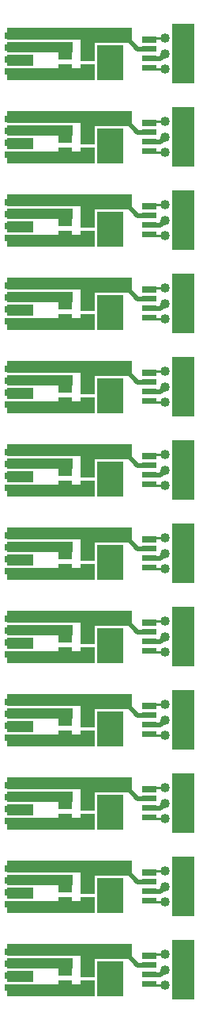
<source format=gbr>
G04 start of page 2 for group 0 idx 0 *
G04 Title: (unknown), top *
G04 Creator: pcb 20140316 *
G04 CreationDate: Wed 03 Jan 2018 02:51:44 AM GMT UTC *
G04 For: railfan *
G04 Format: Gerber/RS-274X *
G04 PCB-Dimensions (mil): 1000.00 4200.00 *
G04 PCB-Coordinate-Origin: lower left *
%MOIN*%
%FSLAX25Y25*%
%LNTOP*%
%ADD21C,0.0140*%
%ADD20C,0.0310*%
%ADD19C,0.0400*%
%ADD18C,0.0300*%
%ADD17R,0.0384X0.0384*%
%ADD16R,0.0236X0.0236*%
%ADD15R,0.0512X0.0512*%
%ADD14R,0.0284X0.0284*%
%ADD13C,0.0200*%
%ADD12C,0.0100*%
%ADD11C,0.0001*%
G54D11*G36*
X80500Y285000D02*Y310000D01*
X90000D01*
Y285000D01*
X80500D01*
G37*
G36*
Y250000D02*Y275000D01*
X90000D01*
Y250000D01*
X80500D01*
G37*
G36*
Y215000D02*Y240000D01*
X90000D01*
Y215000D01*
X80500D01*
G37*
G36*
Y180000D02*Y205000D01*
X90000D01*
Y180000D01*
X80500D01*
G37*
G36*
Y145000D02*Y170000D01*
X90000D01*
Y145000D01*
X80500D01*
G37*
G36*
X43000Y273000D02*X59500D01*
Y268000D01*
X43000D01*
Y273000D01*
G37*
G36*
X46500Y273500D02*X63500D01*
Y267000D01*
X46500D01*
Y273500D01*
G37*
G36*
X41500D02*X58000D01*
Y268500D01*
X41500D01*
Y273500D01*
G37*
G36*
X42000D02*X48000D01*
Y259500D01*
X42000D01*
Y273500D01*
G37*
G36*
X43000Y238000D02*X59500D01*
Y233000D01*
X43000D01*
Y238000D01*
G37*
G36*
X41500Y238500D02*X58000D01*
Y233500D01*
X41500D01*
Y238500D01*
G37*
G36*
X42000D02*X48000D01*
Y224500D01*
X42000D01*
Y238500D01*
G37*
G36*
X46500D02*X63500D01*
Y232000D01*
X46500D01*
Y238500D01*
G37*
G36*
X43000Y203000D02*X59500D01*
Y198000D01*
X43000D01*
Y203000D01*
G37*
G36*
X80500Y110000D02*Y135000D01*
X90000D01*
Y110000D01*
X80500D01*
G37*
G36*
Y75000D02*Y100000D01*
X90000D01*
Y75000D01*
X80500D01*
G37*
G36*
Y40000D02*Y65000D01*
X90000D01*
Y40000D01*
X80500D01*
G37*
G36*
Y5000D02*Y30000D01*
X90000D01*
Y5000D01*
X80500D01*
G37*
G36*
X11000Y273500D02*X48000D01*
Y268500D01*
X11000D01*
Y273500D01*
G37*
G36*
Y267500D02*X38500D01*
Y263000D01*
X11000D01*
Y267500D01*
G37*
G36*
Y262000D02*X22000D01*
Y257500D01*
X11000D01*
Y262000D01*
G37*
G36*
Y256500D02*X48000D01*
Y251500D01*
X11000D01*
Y256500D01*
G37*
G36*
Y238500D02*X48000D01*
Y233500D01*
X11000D01*
Y238500D01*
G37*
G36*
Y232500D02*X38500D01*
Y228000D01*
X11000D01*
Y232500D01*
G37*
G36*
X49000Y266000D02*X60000D01*
Y251500D01*
X49000D01*
Y266000D01*
G37*
G36*
Y231000D02*X60000D01*
Y216500D01*
X49000D01*
Y231000D01*
G37*
G36*
X11000Y227000D02*X22000D01*
Y222500D01*
X11000D01*
Y227000D01*
G37*
G36*
Y221500D02*X48000D01*
Y216500D01*
X11000D01*
Y221500D01*
G37*
G36*
Y203500D02*X48000D01*
Y198500D01*
X11000D01*
Y203500D01*
G37*
G36*
X41500D02*X58000D01*
Y198500D01*
X41500D01*
Y203500D01*
G37*
G36*
X11000Y197500D02*X38500D01*
Y193000D01*
X11000D01*
Y197500D01*
G37*
G36*
Y192000D02*X22000D01*
Y187500D01*
X11000D01*
Y192000D01*
G37*
G36*
Y186500D02*X48000D01*
Y181500D01*
X11000D01*
Y186500D01*
G37*
G36*
X49000Y196000D02*X60000D01*
Y181500D01*
X49000D01*
Y196000D01*
G37*
G36*
X11000Y168500D02*X48000D01*
Y163500D01*
X11000D01*
Y168500D01*
G37*
G36*
Y162500D02*X38500D01*
Y158000D01*
X11000D01*
Y162500D01*
G37*
G36*
Y157000D02*X22000D01*
Y152500D01*
X11000D01*
Y157000D01*
G37*
G36*
Y151500D02*X48000D01*
Y146500D01*
X11000D01*
Y151500D01*
G37*
G36*
X49000Y161000D02*X60000D01*
Y146500D01*
X49000D01*
Y161000D01*
G37*
G36*
X42000Y203500D02*X48000D01*
Y189500D01*
X42000D01*
Y203500D01*
G37*
G36*
X43000Y168000D02*X59500D01*
Y163000D01*
X43000D01*
Y168000D01*
G37*
G36*
X41500Y168500D02*X58000D01*
Y163500D01*
X41500D01*
Y168500D01*
G37*
G36*
X42000D02*X48000D01*
Y154500D01*
X42000D01*
Y168500D01*
G37*
G36*
X46500D02*X63500D01*
Y162000D01*
X46500D01*
Y168500D01*
G37*
G36*
Y203500D02*X63500D01*
Y197000D01*
X46500D01*
Y203500D01*
G37*
G36*
X49000Y406000D02*X60000D01*
Y391500D01*
X49000D01*
Y406000D01*
G37*
G36*
X80500Y390000D02*Y415000D01*
X90000D01*
Y390000D01*
X80500D01*
G37*
G36*
Y355000D02*Y380000D01*
X90000D01*
Y355000D01*
X80500D01*
G37*
G36*
Y320000D02*Y345000D01*
X90000D01*
Y320000D01*
X80500D01*
G37*
G36*
X43000Y378000D02*X59500D01*
Y373000D01*
X43000D01*
Y378000D01*
G37*
G36*
X41500Y378500D02*X58000D01*
Y373500D01*
X41500D01*
Y378500D01*
G37*
G36*
X42000D02*X48000D01*
Y364500D01*
X42000D01*
Y378500D01*
G37*
G36*
X46500D02*X63500D01*
Y372000D01*
X46500D01*
Y378500D01*
G37*
G36*
X11000Y413500D02*X48000D01*
Y408500D01*
X11000D01*
Y413500D01*
G37*
G36*
Y407500D02*X38500D01*
Y403000D01*
X11000D01*
Y407500D01*
G37*
G36*
Y402000D02*X22000D01*
Y397500D01*
X11000D01*
Y402000D01*
G37*
G36*
X43000Y413000D02*X59500D01*
Y408000D01*
X43000D01*
Y413000D01*
G37*
G36*
X41500Y413500D02*X58000D01*
Y408500D01*
X41500D01*
Y413500D01*
G37*
G36*
X42000D02*X48000D01*
Y399500D01*
X42000D01*
Y413500D01*
G37*
G36*
X46500D02*X63500D01*
Y407000D01*
X46500D01*
Y413500D01*
G37*
G36*
X11000Y396500D02*X48000D01*
Y391500D01*
X11000D01*
Y396500D01*
G37*
G36*
Y378500D02*X48000D01*
Y373500D01*
X11000D01*
Y378500D01*
G37*
G36*
Y372500D02*X38500D01*
Y368000D01*
X11000D01*
Y372500D01*
G37*
G36*
Y367000D02*X22000D01*
Y362500D01*
X11000D01*
Y367000D01*
G37*
G36*
Y361500D02*X48000D01*
Y356500D01*
X11000D01*
Y361500D01*
G37*
G36*
Y343500D02*X48000D01*
Y338500D01*
X11000D01*
Y343500D01*
G37*
G36*
Y337500D02*X38500D01*
Y333000D01*
X11000D01*
Y337500D01*
G37*
G36*
Y332000D02*X22000D01*
Y327500D01*
X11000D01*
Y332000D01*
G37*
G36*
Y326500D02*X48000D01*
Y321500D01*
X11000D01*
Y326500D01*
G37*
G36*
X49000Y371000D02*X60000D01*
Y356500D01*
X49000D01*
Y371000D01*
G37*
G36*
X43000Y343000D02*X59500D01*
Y338000D01*
X43000D01*
Y343000D01*
G37*
G36*
X41500Y343500D02*X58000D01*
Y338500D01*
X41500D01*
Y343500D01*
G37*
G36*
X46500D02*X63500D01*
Y337000D01*
X46500D01*
Y343500D01*
G37*
G36*
X42000D02*X48000D01*
Y329500D01*
X42000D01*
Y343500D01*
G37*
G36*
X49000Y336000D02*X60000D01*
Y321500D01*
X49000D01*
Y336000D01*
G37*
G36*
X43000Y308000D02*X59500D01*
Y303000D01*
X43000D01*
Y308000D01*
G37*
G36*
X11000Y308500D02*X48000D01*
Y303500D01*
X11000D01*
Y308500D01*
G37*
G36*
Y302500D02*X38500D01*
Y298000D01*
X11000D01*
Y302500D01*
G37*
G36*
Y297000D02*X22000D01*
Y292500D01*
X11000D01*
Y297000D01*
G37*
G36*
Y291500D02*X48000D01*
Y286500D01*
X11000D01*
Y291500D01*
G37*
G36*
X41500Y308500D02*X58000D01*
Y303500D01*
X41500D01*
Y308500D01*
G37*
G36*
X42000D02*X48000D01*
Y294500D01*
X42000D01*
Y308500D01*
G37*
G36*
X46500D02*X63500D01*
Y302000D01*
X46500D01*
Y308500D01*
G37*
G36*
X49000Y301000D02*X60000D01*
Y286500D01*
X49000D01*
Y301000D01*
G37*
G36*
X11000Y133500D02*X48000D01*
Y128500D01*
X11000D01*
Y133500D01*
G37*
G36*
Y127500D02*X38500D01*
Y123000D01*
X11000D01*
Y127500D01*
G37*
G36*
Y122000D02*X22000D01*
Y117500D01*
X11000D01*
Y122000D01*
G37*
G36*
Y116500D02*X48000D01*
Y111500D01*
X11000D01*
Y116500D01*
G37*
G36*
X49000Y126000D02*X60000D01*
Y111500D01*
X49000D01*
Y126000D01*
G37*
G36*
X11000Y98500D02*X48000D01*
Y93500D01*
X11000D01*
Y98500D01*
G37*
G36*
X41500D02*X58000D01*
Y93500D01*
X41500D01*
Y98500D01*
G37*
G36*
X11000Y92500D02*X38500D01*
Y88000D01*
X11000D01*
Y92500D01*
G37*
G36*
X43000Y133000D02*X59500D01*
Y128000D01*
X43000D01*
Y133000D01*
G37*
G36*
X41500Y133500D02*X58000D01*
Y128500D01*
X41500D01*
Y133500D01*
G37*
G36*
X42000D02*X48000D01*
Y119500D01*
X42000D01*
Y133500D01*
G37*
G36*
X46500D02*X63500D01*
Y127000D01*
X46500D01*
Y133500D01*
G37*
G36*
X43000Y98000D02*X59500D01*
Y93000D01*
X43000D01*
Y98000D01*
G37*
G36*
X42000Y98500D02*X48000D01*
Y84500D01*
X42000D01*
Y98500D01*
G37*
G36*
X46500D02*X63500D01*
Y92000D01*
X46500D01*
Y98500D01*
G37*
G36*
X43000Y63000D02*X59500D01*
Y58000D01*
X43000D01*
Y63000D01*
G37*
G36*
X41500Y63500D02*X58000D01*
Y58500D01*
X41500D01*
Y63500D01*
G37*
G36*
X42000D02*X48000D01*
Y49500D01*
X42000D01*
Y63500D01*
G37*
G36*
X46500D02*X63500D01*
Y57000D01*
X46500D01*
Y63500D01*
G37*
G36*
X43000Y28000D02*X59500D01*
Y23000D01*
X43000D01*
Y28000D01*
G37*
G36*
X42000Y28500D02*X48000D01*
Y14500D01*
X42000D01*
Y28500D01*
G37*
G36*
X46500D02*X63500D01*
Y22000D01*
X46500D01*
Y28500D01*
G37*
G36*
X11000Y87000D02*X22000D01*
Y82500D01*
X11000D01*
Y87000D01*
G37*
G36*
Y81500D02*X48000D01*
Y76500D01*
X11000D01*
Y81500D01*
G37*
G36*
Y63500D02*X48000D01*
Y58500D01*
X11000D01*
Y63500D01*
G37*
G36*
Y57500D02*X38500D01*
Y53000D01*
X11000D01*
Y57500D01*
G37*
G36*
X49000Y91000D02*X60000D01*
Y76500D01*
X49000D01*
Y91000D01*
G37*
G36*
Y56000D02*X60000D01*
Y41500D01*
X49000D01*
Y56000D01*
G37*
G36*
X11000Y52000D02*X22000D01*
Y47500D01*
X11000D01*
Y52000D01*
G37*
G36*
Y46500D02*X48000D01*
Y41500D01*
X11000D01*
Y46500D01*
G37*
G36*
Y28500D02*X48000D01*
Y23500D01*
X11000D01*
Y28500D01*
G37*
G36*
X41500D02*X58000D01*
Y23500D01*
X41500D01*
Y28500D01*
G37*
G36*
X11000Y22500D02*X38500D01*
Y18000D01*
X11000D01*
Y22500D01*
G37*
G36*
Y17000D02*X22000D01*
Y12500D01*
X11000D01*
Y17000D01*
G37*
G36*
Y11500D02*X48000D01*
Y6500D01*
X11000D01*
Y11500D01*
G37*
G36*
X49000Y21000D02*X60000D01*
Y6500D01*
X49000D01*
Y21000D01*
G37*
G54D12*X77500Y304000D02*X71000D01*
X77500Y291000D02*X71000D01*
G54D13*X77500Y297500D02*X75531Y295531D01*
X71000D01*
Y369469D02*X66031D01*
X71000Y334469D02*X66031D01*
X61500Y339000D01*
X71000Y299469D02*X66031D01*
X61500Y304000D01*
X71000Y404469D02*X66031D01*
X61500Y409000D01*
G54D12*X77500D02*X71000D01*
X77500Y396000D02*X71000D01*
G54D13*X77500Y402500D02*X75531Y400531D01*
X71000D01*
X66031Y369469D02*X61500Y374000D01*
G54D12*X77500D02*X71000D01*
X77500Y361000D02*X71000D01*
X77500Y339000D02*X71000D01*
X77500Y326000D02*X71000D01*
G54D13*X77500Y332500D02*X75531Y330531D01*
X71000D01*
X77500Y367500D02*X75531Y365531D01*
X71000D01*
Y264469D02*X66031D01*
X71000Y229469D02*X66031D01*
X61500Y234000D01*
X66031Y264469D02*X61500Y269000D01*
G54D12*X77500D02*X71000D01*
X77500Y256000D02*X71000D01*
G54D13*X77500Y262500D02*X75531Y260531D01*
X71000D01*
G54D12*X77500Y234000D02*X71000D01*
X77500Y221000D02*X71000D01*
G54D13*X77500Y227500D02*X75531Y225531D01*
X71000D01*
Y194469D02*X66031D01*
X61500Y199000D01*
G54D12*X77500D02*X71000D01*
X77500Y186000D02*X71000D01*
G54D13*X77500Y192500D02*X75531Y190531D01*
X71000D01*
X66031Y159469D02*X61500Y164000D01*
G54D12*X77500D02*X71000D01*
G54D13*X77500Y157500D02*X75531Y155531D01*
X71000D01*
Y159469D02*X66031D01*
X71000Y124469D02*X66031D01*
X61500Y129000D01*
X71000Y89469D02*X66031D01*
X61500Y94000D01*
G54D12*X77500Y151000D02*X71000D01*
X77500Y129000D02*X71000D01*
X77500Y116000D02*X71000D01*
G54D13*X77500Y122500D02*X75531Y120531D01*
X71000D01*
G54D12*X77500Y94000D02*X71000D01*
X77500Y81000D02*X71000D01*
G54D13*X77500Y87500D02*X75531Y85531D01*
X71000D01*
Y54469D02*X66031D01*
X61500Y59000D01*
G54D12*X77500D02*X71000D01*
X77500Y46000D02*X71000D01*
G54D13*X77500Y52500D02*X75531Y50531D01*
X71000D01*
Y19469D02*X66031D01*
G54D12*X77500Y24000D02*X71000D01*
X77500Y11000D02*X71000D01*
G54D13*X77500Y17500D02*X75531Y15531D01*
X71000D01*
X66031Y19469D02*X61500Y24000D01*
G54D14*X11419Y325000D02*X13337D01*
G54D15*X35107Y325457D02*X35893D01*
X44607D02*X45393D01*
G54D16*X69130Y326594D02*X72870D01*
G54D14*X11419Y330000D02*X13337D01*
G54D15*X35107Y332543D02*X35893D01*
G54D14*X11419Y335000D02*X13337D01*
X11419Y340000D02*X13337D01*
G54D15*X56607Y340043D02*X57393D01*
X44607Y332543D02*X45393D01*
X56607Y332957D02*X57393D01*
G54D16*X69130Y330531D02*X72870D01*
X69130Y334469D02*X72870D01*
X69130Y338406D02*X72870D01*
G54D17*X84632Y321919D02*X87880D01*
X84632Y343081D02*X87880D01*
G54D15*X44607Y290457D02*X45393D01*
X44607Y297543D02*X45393D01*
X56607Y305043D02*X57393D01*
X56607Y297957D02*X57393D01*
G54D16*X69130Y291594D02*X72870D01*
X69130Y295531D02*X72870D01*
X69130Y299469D02*X72870D01*
X69130Y303406D02*X72870D01*
G54D17*X84632Y286919D02*X87880D01*
X84632Y308081D02*X87880D01*
G54D15*X44607Y395457D02*X45393D01*
X44607Y402543D02*X45393D01*
X56607Y410043D02*X57393D01*
X56607Y402957D02*X57393D01*
G54D16*X69130Y396594D02*X72870D01*
X69130Y400531D02*X72870D01*
X69130Y404469D02*X72870D01*
X69130Y408406D02*X72870D01*
G54D17*X84632Y391919D02*X87880D01*
X84632Y413081D02*X87880D01*
G54D14*X11419Y405000D02*X13337D01*
X11419Y410000D02*X13337D01*
X11419Y395000D02*X13337D01*
X11419Y400000D02*X13337D01*
G54D15*X35107Y402543D02*X35893D01*
X35107Y395457D02*X35893D01*
X35107Y367543D02*X35893D01*
G54D14*X11419Y360000D02*X13337D01*
X11419Y365000D02*X13337D01*
X11419Y370000D02*X13337D01*
X11419Y375000D02*X13337D01*
G54D15*X35107Y360457D02*X35893D01*
X44607D02*X45393D01*
X44607Y367543D02*X45393D01*
X56607Y375043D02*X57393D01*
X56607Y367957D02*X57393D01*
G54D16*X69130Y361594D02*X72870D01*
G54D17*X84632Y356919D02*X87880D01*
G54D16*X69130Y365531D02*X72870D01*
X69130Y369469D02*X72870D01*
X69130Y373406D02*X72870D01*
G54D17*X84632Y378081D02*X87880D01*
G54D14*X11419Y290000D02*X13337D01*
X11419Y295000D02*X13337D01*
X11419Y300000D02*X13337D01*
X11419Y305000D02*X13337D01*
X11419Y260000D02*X13337D01*
X11419Y265000D02*X13337D01*
X11419Y270000D02*X13337D01*
G54D15*X35107Y290457D02*X35893D01*
X35107Y262543D02*X35893D01*
G54D14*X11419Y255000D02*X13337D01*
G54D15*X35107Y255457D02*X35893D01*
X44607D02*X45393D01*
X44607Y262543D02*X45393D01*
X56607Y270043D02*X57393D01*
X56607Y262957D02*X57393D01*
G54D16*X69130Y256594D02*X72870D01*
G54D17*X84632Y251919D02*X87880D01*
G54D16*X69130Y260531D02*X72870D01*
X69130Y264469D02*X72870D01*
X69130Y268406D02*X72870D01*
G54D17*X84632Y273081D02*X87880D01*
G54D15*X35107Y297543D02*X35893D01*
X35107Y150457D02*X35893D01*
X35107Y157543D02*X35893D01*
G54D14*X11419Y185000D02*X13337D01*
G54D15*X35107Y185457D02*X35893D01*
X35107Y192543D02*X35893D01*
G54D14*X11419Y190000D02*X13337D01*
X11419Y195000D02*X13337D01*
X11419Y200000D02*X13337D01*
G54D15*X44607Y185457D02*X45393D01*
X44607Y192543D02*X45393D01*
X44607Y150457D02*X45393D01*
X44607Y157543D02*X45393D01*
G54D14*X11419Y220000D02*X13337D01*
X11419Y225000D02*X13337D01*
X11419Y230000D02*X13337D01*
X11419Y235000D02*X13337D01*
G54D15*X35107Y220457D02*X35893D01*
X35107Y227543D02*X35893D01*
X44607Y220457D02*X45393D01*
X44607Y227543D02*X45393D01*
G54D16*X69130Y225531D02*X72870D01*
G54D15*X56607Y235043D02*X57393D01*
X56607Y227957D02*X57393D01*
X56607Y200043D02*X57393D01*
G54D16*X69130Y221594D02*X72870D01*
G54D17*X84632Y216919D02*X87880D01*
G54D16*X69130Y229469D02*X72870D01*
X69130Y233406D02*X72870D01*
G54D17*X84632Y238081D02*X87880D01*
G54D16*X69130Y194469D02*X72870D01*
X69130Y198406D02*X72870D01*
G54D17*X84632Y181919D02*X87880D01*
X84632Y203081D02*X87880D01*
G54D15*X56607Y192957D02*X57393D01*
G54D16*X69130Y186594D02*X72870D01*
X69130Y190531D02*X72870D01*
G54D15*X56607Y165043D02*X57393D01*
X56607Y157957D02*X57393D01*
G54D16*X69130Y151594D02*X72870D01*
X69130Y155531D02*X72870D01*
X69130Y159469D02*X72870D01*
X69130Y163406D02*X72870D01*
G54D17*X84632Y146919D02*X87880D01*
X84632Y168081D02*X87880D01*
G54D14*X11419Y150000D02*X13337D01*
X11419Y155000D02*X13337D01*
X11419Y160000D02*X13337D01*
X11419Y165000D02*X13337D01*
X11419Y115000D02*X13337D01*
X11419Y120000D02*X13337D01*
X11419Y125000D02*X13337D01*
X11419Y130000D02*X13337D01*
G54D15*X35107Y115457D02*X35893D01*
X35107Y122543D02*X35893D01*
X44607Y115457D02*X45393D01*
X44607Y122543D02*X45393D01*
X56607Y130043D02*X57393D01*
X56607Y122957D02*X57393D01*
G54D16*X69130Y116594D02*X72870D01*
X69130Y120531D02*X72870D01*
X69130Y124469D02*X72870D01*
X69130Y128406D02*X72870D01*
G54D17*X84632Y111919D02*X87880D01*
X84632Y133081D02*X87880D01*
G54D16*X69130Y81594D02*X72870D01*
G54D17*X84632Y76919D02*X87880D01*
G54D16*X69130Y85531D02*X72870D01*
X69130Y89469D02*X72870D01*
X69130Y93406D02*X72870D01*
G54D17*X84632Y98081D02*X87880D01*
G54D16*X69130Y54469D02*X72870D01*
X69130Y58406D02*X72870D01*
G54D17*X84632Y63081D02*X87880D01*
G54D14*X11419Y80000D02*X13337D01*
X11419Y85000D02*X13337D01*
X11419Y90000D02*X13337D01*
X11419Y95000D02*X13337D01*
G54D15*X35107Y80457D02*X35893D01*
X35107Y87543D02*X35893D01*
X44607Y80457D02*X45393D01*
X44607Y87543D02*X45393D01*
X56607Y95043D02*X57393D01*
X56607Y87957D02*X57393D01*
X35107Y45457D02*X35893D01*
X35107Y52543D02*X35893D01*
X44607Y45457D02*X45393D01*
X44607Y52543D02*X45393D01*
X56607Y60043D02*X57393D01*
X56607Y52957D02*X57393D01*
G54D14*X11419Y45000D02*X13337D01*
X11419Y50000D02*X13337D01*
X11419Y55000D02*X13337D01*
X11419Y60000D02*X13337D01*
X11419Y10000D02*X13337D01*
X11419Y15000D02*X13337D01*
X11419Y20000D02*X13337D01*
X11419Y25000D02*X13337D01*
G54D15*X35107Y10457D02*X35893D01*
X44607D02*X45393D01*
X35107Y17543D02*X35893D01*
X44607D02*X45393D01*
X56607Y25043D02*X57393D01*
X56607Y17957D02*X57393D01*
G54D16*X69130Y46594D02*X72870D01*
G54D17*X84632Y41919D02*X87880D01*
G54D16*X69130Y50531D02*X72870D01*
X69130Y11594D02*X72870D01*
X69130Y15531D02*X72870D01*
X69130Y19469D02*X72870D01*
X69130Y23406D02*X72870D01*
G54D17*X84632Y6919D02*X87880D01*
X84632Y28081D02*X87880D01*
G54D18*X51500Y228500D03*
Y224500D03*
Y193500D03*
Y189500D03*
X29900Y230300D03*
X19800Y224700D03*
X26200Y230300D03*
X51500Y158500D03*
Y154500D03*
Y123500D03*
Y119500D03*
G54D19*X77500Y269000D03*
Y262500D03*
Y256000D03*
Y234000D03*
Y227500D03*
Y221000D03*
Y199000D03*
Y186000D03*
Y192500D03*
G54D18*X29900Y195300D03*
X19800Y189700D03*
X26200Y195300D03*
X29900Y160300D03*
X26200D03*
X19800Y154700D03*
X29900Y125300D03*
Y55300D03*
Y20300D03*
X19800Y119700D03*
Y49700D03*
Y14700D03*
X26200Y125300D03*
Y55300D03*
Y20300D03*
X29900Y90300D03*
X19800Y84700D03*
X26200Y90300D03*
X51500Y88500D03*
Y84500D03*
Y53500D03*
Y49500D03*
Y18500D03*
Y14500D03*
G54D19*X77500Y164000D03*
Y151000D03*
Y129000D03*
Y122500D03*
Y157500D03*
Y116000D03*
Y94000D03*
Y81000D03*
Y87500D03*
Y59000D03*
Y52500D03*
Y46000D03*
Y24000D03*
Y11000D03*
Y17500D03*
G54D18*X51500Y263500D03*
Y259500D03*
Y333500D03*
Y329500D03*
Y298500D03*
Y294500D03*
Y368500D03*
Y364500D03*
X29900Y370300D03*
X19800Y364700D03*
X26200Y370300D03*
X29900Y335300D03*
Y300300D03*
Y265300D03*
X19800Y329700D03*
Y294700D03*
Y259700D03*
X26200Y335300D03*
Y300300D03*
Y265300D03*
X51500Y403500D03*
X29900Y405300D03*
X26200D03*
G54D19*X77500Y409000D03*
Y402500D03*
G54D18*X51500Y399500D03*
X19800Y399700D03*
G54D19*X77500Y396000D03*
Y374000D03*
Y361000D03*
Y339000D03*
Y332500D03*
Y367500D03*
Y326000D03*
Y304000D03*
Y291000D03*
Y297500D03*
G54D20*G54D21*G54D20*G54D21*G54D20*G54D21*G54D13*G54D21*G54D20*G54D21*G54D13*G54D20*G54D21*G54D20*G54D21*G54D20*G54D21*G54D20*G54D21*G54D20*G54D21*G54D13*G54D21*G54D13*M02*

</source>
